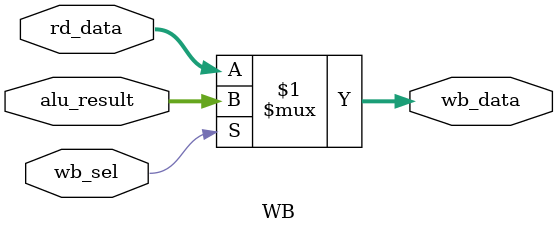
<source format=v>
module WB(
	// Input
	wb_sel, 
	rd_data, 
	alu_result,
	// Output
	wb_data
        );

input wire wb_sel;
input wire [15:0] rd_data, alu_result;

output wire [15:0] wb_data;

assign wb_data = (wb_sel) ? alu_result : rd_data;

endmodule

</source>
